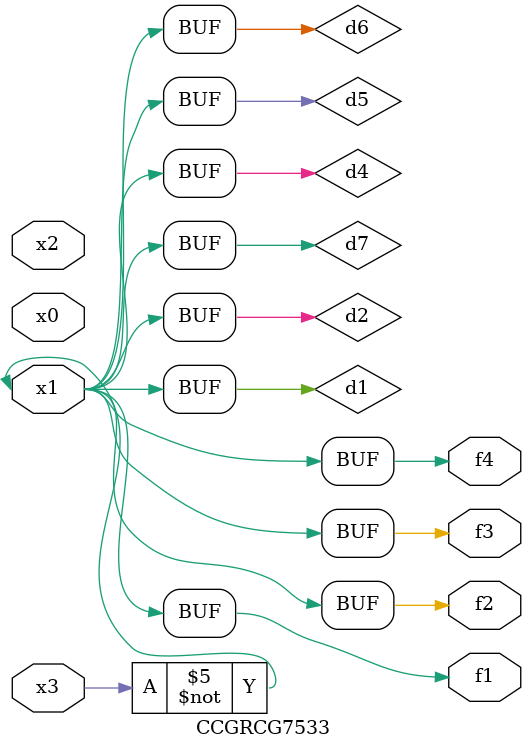
<source format=v>
module CCGRCG7533(
	input x0, x1, x2, x3,
	output f1, f2, f3, f4
);

	wire d1, d2, d3, d4, d5, d6, d7;

	not (d1, x3);
	buf (d2, x1);
	xnor (d3, d1, d2);
	nor (d4, d1);
	buf (d5, d1, d2);
	buf (d6, d4, d5);
	nand (d7, d4);
	assign f1 = d6;
	assign f2 = d7;
	assign f3 = d6;
	assign f4 = d6;
endmodule

</source>
